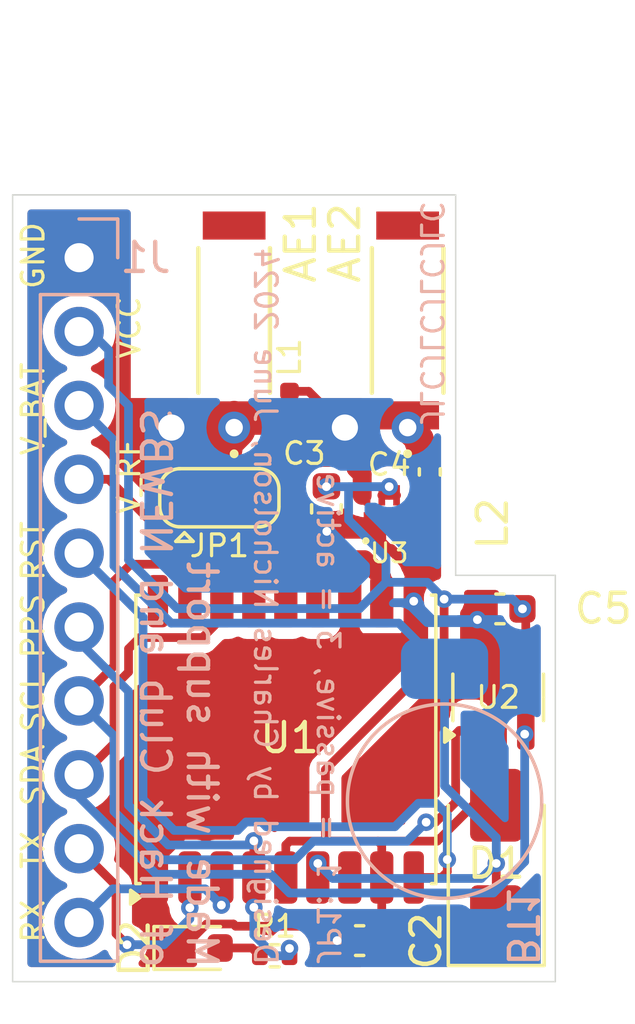
<source format=kicad_pcb>
(kicad_pcb (version 20240108) (generator "pcbnew") (generator_version "8.0")
  (layers (0 "F.Cu" signal) (31 "B.Cu" signal) (34 "B.Paste" user) (35 "F.Paste" user) (36 "B.SilkS" user "B.Silkscreen") (37 "F.SilkS" user "F.Silkscreen") (38 "B.Mask" user) (39 "F.Mask" user) (44 "Edge.Cuts" user))
  (net 0 "")
  (net 1 "PASSIVE")
  (net 2 "Net-(AE2-FEED)")
  (net 3 "VBAT")
  (net 4 "GND")
  (net 5 "+3.3V")
  (net 6 "Net-(C4-Pad2)")
  (net 7 "Net-(D2-A)")
  (net 8 "RX")
  (net 9 "PPS")
  (net 10 "SCL")
  (net 11 "RESET")
  (net 12 "TX")
  (net 13 "VCC_RF")
  (net 14 "SDA")
  (net 15 "RF")
  (net 16 "ACTIVE")
  (net 17 "Net-(U3-RF_IN)")
  (footprint "footprints:ANT_1575AT_JOT-L" (layer "F.Cu") (at 147.32 81.661 90)
    (property "Reference" "AE1" (at 2.667 2.286 90) (layer "F.SilkS"))
    (property "Value" "1575AT43A0040001E")
    (fp_line (start 2.485513 -1.2319) (end -2.485513 -1.2319) (stroke (width 0.1524)) (layer "F.SilkS"))
    (fp_line (start -2.485513 1.2319) (end 2.485513 1.2319) (stroke (width 0.1524)) (layer "F.SilkS"))
    (fp_circle (center -4.5847 0) (end -4.5085 0) (stroke (width 0.1524)) (fill none) (layer "F.SilkS"))
    (pad "1" thru_hole circle (at -3.683 0 90) (size 1.1 1.1) (drill 0.6) (layers "*.Cu" "*.Mask") (net 1 "PASSIVE"))
    (pad "1" smd rect (at -3.2639 0 90) (size 0.9652 2.159) (layers "F.Cu" "F.Paste" "F.Mask") (net 1 "PASSIVE"))
    (pad "2" thru_hole circle (at -3.683 -2.159 90) (size 1.5 1.5) (drill 0.9) (layers "*.Cu" "*.Mask") (net 4 "GND"))
    (pad "3" smd rect (at 3.2639 0 90) (size 0.9652 2.159) (layers "F.Cu" "F.Paste" "F.Mask"))
    (zone (net 0) (net_name "") (layer "F.Cu") (connect_pads (clearance 0)) (min_thickness 0.254)
      (keepout (tracks not_allowed) (vias not_allowed) (pads allowed) (copperpour not_allowed) (footprints allowed))
      (fill (thermal_gap 0.508) (thermal_bridge_width 0.508))
      (polygon (pts (xy 146.2659 84.3915) (xy 146.2659 78.9305) (xy 148.3741 78.9305) (xy 148.3741 84.3915)))
    )
  )
  (footprint "footprints:LED_0603_1608Metric" (layer "F.Cu") (at 146.048 103.237)
    (property "Reference" "D2" (at -2.157 0.014 90) (layer "F.SilkS"))
    (property "Value" "RED")
    (fp_line (start -1.485 -0.735) (end -1.485 0.735) (stroke (width 0.12)) (layer "F.SilkS"))
    (fp_line (start -1.485 0.735) (end 0.8 0.735) (stroke (width 0.12)) (layer "F.SilkS"))
    (fp_line (start 0.8 -0.735) (end -1.485 -0.735) (stroke (width 0.12)) (layer "F.SilkS"))
    (pad "1" smd roundrect (at -0.7875 0) (size 0.875 0.95) (layers "F.Cu" "F.Paste" "F.Mask") (net 4 "GND"))
    (pad "2" smd roundrect (at 0.7875 0) (size 0.875 0.95) (layers "F.Cu" "F.Paste" "F.Mask") (net 7 "Net-(D2-A)"))
  )
  (footprint "footprints:C_0603_1608Metric" (layer "F.Cu") (at 150.495 88.138 -90)
    (property "Reference" "C3" (at -1.905 0.762 180) (layer "F.SilkS") (effects (font (size 0.75 0.75) (thickness 0.11))))
    (property "Value" "100 nF")
    (fp_line (start -0.14058 0.51) (end 0.14058 0.51) (stroke (width 0.12)) (layer "F.SilkS"))
    (fp_line (start -0.14058 -0.51) (end 0.14058 -0.51) (stroke (width 0.12)) (layer "F.SilkS"))
    (pad "1" smd roundrect (at -0.775 0 270) (size 0.9 0.95) (layers "F.Cu" "F.Paste" "F.Mask") (net 5 "+3.3V"))
    (pad "2" smd roundrect (at 0.775 0 270) (size 0.9 0.95) (layers "F.Cu" "F.Paste" "F.Mask") (net 4 "GND"))
  )
  (footprint "footprints:ANT_1575AT_JOT-L" (layer "F.Cu") (at 153.289 81.661 90)
    (property "Reference" "AE2" (at 2.667 -2.159 90) (layer "F.SilkS"))
    (property "Value" "1575AT43A0040001E")
    (fp_line (start 2.485513 -1.2319) (end -2.485513 -1.2319) (stroke (width 0.1524)) (layer "F.SilkS"))
    (fp_line (start -2.485513 1.2319) (end 2.485513 1.2319) (stroke (width 0.1524)) (layer "F.SilkS"))
    (fp_circle (center -4.5847 0) (end -4.5085 0) (stroke (width 0.1524)) (fill none) (layer "F.SilkS"))
    (pad "1" thru_hole circle (at -3.683 0 90) (size 1.1 1.1) (drill 0.6) (layers "*.Cu" "*.Mask") (net 2 "Net-(AE2-FEED)"))
    (pad "1" smd rect (at -3.2639 0 90) (size 0.9652 2.159) (layers "F.Cu" "F.Paste" "F.Mask") (net 2 "Net-(AE2-FEED)"))
    (pad "2" thru_hole circle (at -3.683 -2.159 90) (size 1.5 1.5) (drill 0.9) (layers "*.Cu" "*.Mask") (net 4 "GND"))
    (pad "3" smd rect (at 3.2639 0 90) (size 0.9652 2.159) (layers "F.Cu" "F.Paste" "F.Mask"))
    (zone (net 0) (net_name "") (layer "F.Cu") (connect_pads (clearance 0)) (min_thickness 0.254)
      (keepout (tracks not_allowed) (vias not_allowed) (pads allowed) (copperpour not_allowed) (footprints allowed))
      (fill (thermal_gap 0.508) (thermal_bridge_width 0.508))
      (polygon (pts (xy 152.2349 84.3915) (xy 152.2349 78.9305) (xy 154.3431 78.9305) (xy 154.3431 84.3915)))
    )
  )
  (footprint "footprints:L_0402_1005Metric" (layer "F.Cu") (at 149.225 84.582 90)
    (property "Reference" "L1" (at 1.651 0 -90) (layer "F.SilkS") (effects (font (size 0.75 0.75) (thickness 0.11))))
    (property "Value" "33 nH")
    (pad "1" smd roundrect (at -0.485 0 90) (size 0.59 0.64) (layers "F.Cu" "F.Paste" "F.Mask") (net 1 "PASSIVE"))
    (pad "2" smd roundrect (at 0.485 0 90) (size 0.59 0.64) (layers "F.Cu" "F.Paste" "F.Mask") (net 4 "GND"))
  )
  (footprint "footprints:SolderJumper-3_P1.3mm_Open_RoundedPad1.0x1.5mm" (layer "F.Cu") (at 146.812 87.757)
    (property "Reference" "JP1" (at 0 1.651 0) (layer "F.SilkS") (effects (font (size 0.75 0.75) (thickness 0.11))))
    (property "Value" "ANT_CFG")
    (fp_line (start -2.05 0.3) (end -2.05 -0.3) (stroke (width 0.12)) (layer "F.SilkS"))
    (fp_line (start -1.5 1.5) (end -0.9 1.5) (stroke (width 0.12)) (layer "F.SilkS"))
    (fp_line (start -1.4 -1) (end 1.4 -1) (stroke (width 0.12)) (layer "F.SilkS"))
    (fp_line (start -1.2 1.2) (end -1.5 1.5) (stroke (width 0.12)) (layer "F.SilkS"))
    (fp_line (start -1.2 1.2) (end -0.9 1.5) (stroke (width 0.12)) (layer "F.SilkS"))
    (fp_line (start 1.4 1) (end -1.4 1) (stroke (width 0.12)) (layer "F.SilkS"))
    (fp_line (start 2.05 -0.3) (end 2.05 0.3) (stroke (width 0.12)) (layer "F.SilkS"))
    (fp_arc (start -2.05 -0.3) (mid -1.844975 -0.794975) (end -1.35 -1) (stroke (width 0.12)) (layer "F.SilkS"))
    (fp_arc (start -1.35 1) (mid -1.844975 0.794975) (end -2.05 0.3) (stroke (width 0.12)) (layer "F.SilkS"))
    (fp_arc (start 1.35 -1) (mid 1.844975 -0.794975) (end 2.05 -0.3) (stroke (width 0.12)) (layer "F.SilkS"))
    (fp_arc (start 2.05 0.3) (mid 1.844975 0.794975) (end 1.35 1) (stroke (width 0.12)) (layer "F.SilkS"))
    (pad "1" smd custom (at -1.3 0) (size 1 0.5) (layers "F.Cu" "F.Mask") (net 1 "PASSIVE") (options (clearance outline) (anchor rect)) (primitives (gr_circle (center 0 0.25) (end 0.5 0.25) (width 0) (fill yes)) (gr_circle (center 0 -0.25) (end 0.5 -0.25) (width 0) (fill yes)) (gr_poly (pts (xy 0.55 0.75) (xy 0 0.75) (xy 0 -0.75) (xy 0.55 -0.75)) (width 0) (fill yes))))
    (pad "2" smd rect (at 0 0) (size 1 1.5) (layers "F.Cu" "F.Mask") (net 15 "RF"))
    (pad "3" smd custom (at 1.3 0) (size 1 0.5) (layers "F.Cu" "F.Mask") (net 16 "ACTIVE") (options (clearance outline) (anchor rect)) (primitives (gr_circle (center 0 0.25) (end 0.5 0.25) (width 0) (fill yes)) (gr_circle (center 0 -0.25) (end 0.5 -0.25) (width 0) (fill yes)) (gr_poly (pts (xy 0 0.75) (xy -0.55 0.75) (xy -0.55 -0.75) (xy 0 -0.75)) (width 0) (fill yes))))
  )
  (footprint "footprints:ATGM336H" (layer "F.Cu") (at 149.098 96.063 90)
    (property "Reference" "U1" (at 0.051 0.127 0) (layer "F.SilkS"))
    (property "Value" "ATGM336H")
    (fp_line (start 4.96 -5.16) (end 4.96 -5.01) (stroke (width 0.12)) (layer "F.SilkS"))
    (fp_line (start -4.96 -5.16) (end 4.96 -5.16) (stroke (width 0.12)) (layer "F.SilkS"))
    (fp_line (start -4.96 -5.16) (end -4.96 -5.01) (stroke (width 0.12)) (layer "F.SilkS"))
    (fp_line (start 4.96 5.01) (end 4.96 5.16) (stroke (width 0.12)) (layer "F.SilkS"))
    (fp_line (start -4.96 5.01) (end -4.96 5.16) (stroke (width 0.12)) (layer "F.SilkS"))
    (fp_line (start -4.96 5.16) (end 4.96 5.16) (stroke (width 0.12)) (layer "F.SilkS"))
    (fp_poly (pts (xy -5.43 -5.01) (xy -5.67 -5.34) (xy -5.19 -5.34) (xy -5.43 -5.01)) (stroke (width 0.12)) (fill solid) (layer "F.SilkS"))
    (pad "1" smd roundrect (at -4.75 -4.4 90) (size 1.8 0.7) (layers "F.Cu" "F.Paste" "F.Mask") (net 4 "GND"))
    (pad "2" smd roundrect (at -4.75 -3.3 90) (size 1.8 0.8) (layers "F.Cu" "F.Paste" "F.Mask") (net 12 "TX"))
    (pad "3" smd roundrect (at -4.75 -2.2 90) (size 1.8 0.8) (layers "F.Cu" "F.Paste" "F.Mask") (net 8 "RX"))
    (pad "4" smd roundrect (at -4.75 -1.1 90) (size 1.8 0.8) (layers "F.Cu" "F.Paste" "F.Mask") (net 9 "PPS"))
    (pad "5" smd roundrect (at -4.75 0 90) (size 1.8 0.8) (layers "F.Cu" "F.Paste" "F.Mask") (net 5 "+3.3V"))
    (pad "6" smd roundrect (at -4.75 1.1 90) (size 1.8 0.8) (layers "F.Cu" "F.Paste" "F.Mask") (net 3 "VBAT"))
    (pad "7" smd roundrect (at -4.75 2.2 90) (size 1.8 0.8) (layers "F.Cu" "F.Paste" "F.Mask"))
    (pad "8" smd roundrect (at -4.75 3.3 90) (size 1.8 0.8) (layers "F.Cu" "F.Paste" "F.Mask") (net 5 "+3.3V"))
    (pad "9" smd roundrect (at -4.75 4.4 90) (size 1.8 0.7) (layers "F.Cu" "F.Paste" "F.Mask") (net 11 "RESET"))
    (pad "10" smd roundrect (at 4.75 4.4 90) (size 1.8 0.7) (layers "F.Cu" "F.Paste" "F.Mask") (net 4 "GND"))
    (pad "11" smd roundrect (at 4.75 3.3 90) (size 1.8 0.8) (layers "F.Cu" "F.Paste" "F.Mask") (net 15 "RF"))
    (pad "12" smd roundrect (at 4.75 2.2 90) (size 1.8 0.8) (layers "F.Cu" "F.Paste" "F.Mask") (net 4 "GND"))
    (pad "13" smd roundrect (at 4.75 1.1 90) (size 1.8 0.8) (layers "F.Cu" "F.Paste" "F.Mask"))
    (pad "14" smd roundrect (at 4.75 0 90) (size 1.8 0.8) (layers "F.Cu" "F.Paste" "F.Mask") (net 13 "VCC_RF"))
    (pad "15" smd roundrect (at 4.75 -1.1 90) (size 1.8 0.8) (layers "F.Cu" "F.Paste" "F.Mask"))
    (pad "16" smd roundrect (at 4.75 -2.2 90) (size 1.8 0.8) (layers "F.Cu" "F.Paste" "F.Mask") (net 14 "SDA"))
    (pad "17" smd roundrect (at 4.75 -3.3 90) (size 1.8 0.8) (layers "F.Cu" "F.Paste" "F.Mask") (net 10 "SCL"))
    (pad "18" smd roundrect (at 4.75 -4.4 90) (size 1.8 0.7) (layers "F.Cu" "F.Paste" "F.Mask"))
  )
  (footprint "footprints:C_0603_1608Metric" (layer "F.Cu") (at 156.464 91.578 180)
    (property "Reference" "C5" (at -3.556 0.011 180) (layer "F.SilkS"))
    (property "Value" "100 nF")
    (fp_line (start -0.14058 0.51) (end 0.14058 0.51) (stroke (width 0.12)) (layer "F.SilkS"))
    (fp_line (start -0.14058 -0.51) (end 0.14058 -0.51) (stroke (width 0.12)) (layer "F.SilkS"))
    (pad "1" smd roundrect (at -0.775 0 180) (size 0.9 0.95) (layers "F.Cu" "F.Paste" "F.Mask") (net 5 "+3.3V"))
    (pad "2" smd roundrect (at 0.775 0 180) (size 0.9 0.95) (layers "F.Cu" "F.Paste" "F.Mask") (net 4 "GND"))
  )
  (footprint "footprints:C_0402_1005Metric" (layer "F.Cu") (at 154.051 86.868 -90)
    (property "Reference" "C4" (at -0.254 1.397 180) (layer "F.SilkS") (effects (font (size 0.75 0.76) (thickness 0.11))))
    (property "Value" "470 pF")
    (fp_line (start -0.107836 0.36) (end 0.107836 0.36) (stroke (width 0.12)) (layer "F.SilkS"))
    (fp_line (start -0.107836 -0.36) (end 0.107836 -0.36) (stroke (width 0.12)) (layer "F.SilkS"))
    (pad "1" smd roundrect (at -0.48 0 270) (size 0.56 0.62) (layers "F.Cu" "F.Paste" "F.Mask") (net 2 "Net-(AE2-FEED)"))
    (pad "2" smd roundrect (at 0.48 0 270) (size 0.56 0.62) (layers "F.Cu" "F.Paste" "F.Mask") (net 6 "Net-(C4-Pad2)"))
  )
  (footprint "footprints:L_0402_1005Metric" (layer "F.Cu") (at 154.051 88.773 -90)
    (property "Reference" "L2" (at -0.127 -2.159 90) (layer "F.SilkS"))
    (property "Value" "6.8 nH")
    (pad "1" smd roundrect (at -0.485 0 270) (size 0.59 0.64) (layers "F.Cu" "F.Paste" "F.Mask") (net 6 "Net-(C4-Pad2)"))
    (pad "2" smd roundrect (at 0.485 0 270) (size 0.59 0.64) (layers "F.Cu" "F.Paste" "F.Mask") (net 17 "Net-(U3-RF_IN)"))
  )
  (footprint "footprints:D_SMA" (layer "F.Cu") (at 156.337 100.33 90)
    (property "Reference" "D1" (at 0 0 0) (layer "F.SilkS"))
    (property "Value" "SS14")
    (fp_line (start -3.51 -1.65) (end 2 -1.65) (stroke (width 0.12)) (layer "F.SilkS"))
    (fp_line (start -3.51 -1.65) (end -3.51 1.65) (stroke (width 0.12)) (layer "F.SilkS"))
    (fp_line (start -3.51 1.65) (end 2 1.65) (stroke (width 0.12)) (layer "F.SilkS"))
    (pad "1" smd roundrect (at -2 0 90) (size 2.5 1.8) (layers "F.Cu" "F.Paste" "F.Mask") (roundrect_rratio 0.1388888889) (net 3 "VBAT"))
    (pad "2" smd roundrect (at 2 0 90) (size 2.5 1.8) (layers "F.Cu" "F.Paste" "F.Mask") (roundrect_rratio 0.1388888889) (net 5 "+3.3V"))
  )
  (footprint "footprints:C_0603_1608Metric" (layer "F.Cu") (at 151.638 102.983)
    (property "Reference" "C2" (at 2.286 0.014 90) (layer "F.SilkS"))
    (property "Value" "100 nF")
    (fp_line (start -0.14058 -0.51) (end 0.14058 -0.51) (stroke (width 0.12)) (layer "F.SilkS"))
    (fp_line (start -0.14058 0.51) (end 0.14058 0.51) (stroke (width 0.12)) (layer "F.SilkS"))
    (pad "1" smd roundrect (at -0.775 0) (size 0.9 0.95) (layers "F.Cu" "F.Paste" "F.Mask") (net 4 "GND"))
    (pad "2" smd roundrect (at 0.775 0) (size 0.9 0.95) (layers "F.Cu" "F.Paste" "F.Mask") (net 5 "+3.3V"))
  )
  (footprint "footprints:SOT-23-5" (layer "F.Cu") (at 156.403 94.6205 90)
    (property "Reference" "U2" (at 0 0 0) (layer "F.SilkS") (effects (font (size 0.75 0.75) (thickness 0.11))))
    (property "Value" "AT24CS32-STUM")
    (fp_line (start 0 -1.56) (end 0.8 -1.56) (stroke (width 0.12)) (layer "F.SilkS"))
    (fp_line (start 0 -1.56) (end -0.8 -1.56) (stroke (width 0.12)) (layer "F.SilkS"))
    (fp_line (start 0 1.56) (end 0.8 1.56) (stroke (width 0.12)) (layer "F.SilkS"))
    (fp_line (start 0 1.56) (end -0.8 1.56) (stroke (width 0.12)) (layer "F.SilkS"))
    (fp_poly (pts (xy -1.3 -1.51) (xy -1.54 -1.84) (xy -1.06 -1.84) (xy -1.3 -1.51)) (stroke (width 0.12)) (fill solid) (layer "F.SilkS"))
    (pad "1" smd roundrect (at -1.1375 -0.95 90) (size 1.325 0.6) (layers "F.Cu" "F.Paste" "F.Mask") (net 10 "SCL"))
    (pad "2" smd roundrect (at -1.1375 0 90) (size 1.325 0.6) (layers "F.Cu" "F.Paste" "F.Mask") (net 4 "GND"))
    (pad "3" smd roundrect (at -1.1375 0.95 90) (size 1.325 0.6) (layers "F.Cu" "F.Paste" "F.Mask") (net 14 "SDA"))
    (pad "4" smd roundrect (at 1.1375 0.95 90) (size 1.325 0.6) (layers "F.Cu" "F.Paste" "F.Mask") (net 5 "+3.3V"))
    (pad "5" smd roundrect (at 1.1375 -0.95 90) (size 1.325 0.6) (layers "F.Cu" "F.Paste" "F.Mask") (net 4 "GND"))
  )
  (footprint "footprints:DFN150X100X80-6N" (layer "F.Cu") (at 152.4 88.138 90)
    (property "Reference" "U3" (at -1.524 0.254 0) (layer "F.SilkS") (effects (font (size 0.66 0.66) (thickness 0.1))))
    (property "Value" "AT2659")
    (fp_circle (center -1.1 -0.55) (end -1 -0.55) (stroke (width 0.05)) (fill none) (layer "F.SilkS"))
    (fp_circle (center -1.1 -0.55) (end -1.029291 -0.55) (stroke (width 0.05)) (fill none) (layer "F.SilkS"))
    (fp_circle (center -1.1 -0.55) (end -1.029291 -0.55) (stroke (width 0.05)) (fill none) (layer "F.SilkS"))
    (fp_circle (center -1.1 -0.55) (end -1.05 -0.55) (stroke (width 0.05)) (fill none) (layer "F.SilkS"))
    (fp_circle (center -1.1 -0.5) (end -1.05 -0.5) (stroke (width 0.05)) (fill none) (layer "F.SilkS"))
    (pad "1" smd rect (at -0.465 -0.508 90) (size 0.7 0.23) (layers "F.Cu" "F.Paste" "F.Mask") (net 4 "GND"))
    (pad "2" smd rect (at -0.465 0 90) (size 0.7 0.23) (layers "F.Cu" "F.Paste" "F.Mask") (net 4 "GND"))
    (pad "3" smd rect (at -0.465 0.508 90) (size 0.7 0.23) (layers "F.Cu" "F.Paste" "F.Mask") (net 17 "Net-(U3-RF_IN)"))
    (pad "4" smd rect (at 0.465 0.508 90) (size 0.7 0.23) (layers "F.Cu" "F.Paste" "F.Mask") (net 5 "+3.3V"))
    (pad "5" smd rect (at 0.465 0 90) (size 0.7 0.23) (layers "F.Cu" "F.Paste" "F.Mask") (net 5 "+3.3V"))
    (pad "6" smd rect (at 0.465 -0.508 90) (size 0.7 0.23) (layers "F.Cu" "F.Paste" "F.Mask") (net 16 "ACTIVE"))
  )
  (footprint "footprints:R_0402_1005Metric" (layer "F.Cu") (at 148.715 103.505)
    (property "Reference" "R1" (at 0 -1.016 0) (layer "F.SilkS") (effects (font (size 0.75 0.75) (thickness 0.11))))
    (property "Value" "1 K")
    (fp_line (start -0.153641 -0.38) (end 0.153641 -0.38) (stroke (width 0.12)) (layer "F.SilkS"))
    (fp_line (start -0.153641 0.38) (end 0.153641 0.38) (stroke (width 0.12)) (layer "F.SilkS"))
    (pad "1" smd roundrect (at -0.51 0) (size 0.54 0.64) (layers "F.Cu" "F.Paste" "F.Mask") (net 7 "Net-(D2-A)"))
    (pad "2" smd roundrect (at 0.51 0) (size 0.54 0.64) (layers "F.Cu" "F.Paste" "F.Mask") (net 9 "PPS"))
  )
  (footprint "footprints:PinHeader_1x10_P2.54mm_Vertical" (layer "B.Cu") (at 141.986 79.502 180)
    (property "Reference" "J1" (at -2.286 0 0) (layer "B.SilkS") (effects (justify mirror)))
    (property "Value" "Header")
    (fp_line (start 1.33 -1.27) (end -1.33 -1.27) (stroke (width 0.12)) (layer "B.SilkS"))
    (fp_line (start 1.33 -24.19) (end 1.33 -1.27) (stroke (width 0.12)) (layer "B.SilkS"))
    (fp_line (start 1.33 -24.19) (end -1.33 -24.19) (stroke (width 0.12)) (layer "B.SilkS"))
    (fp_line (start 0 1.33) (end -1.33 1.33) (stroke (width 0.12)) (layer "B.SilkS"))
    (fp_line (start -1.33 1.33) (end -1.33 0) (stroke (width 0.12)) (layer "B.SilkS"))
    (fp_line (start -1.33 -24.19) (end -1.33 -1.27) (stroke (width 0.12)) (layer "B.SilkS"))
    (pad "1" thru_hole rect (at 0 0 180) (size 1.7 1.7) (drill 1) (layers "*.Cu" "*.Mask") (net 4 "GND"))
    (pad "2" thru_hole oval (at 0 -2.54 180) (size 1.7 1.7) (drill 1) (layers "*.Cu" "*.Mask") (net 5 "+3.3V"))
    (pad "3" thru_hole oval (at 0 -5.08 180) (size 1.7 1.7) (drill 1) (layers "*.Cu" "*.Mask") (net 3 "VBAT"))
    (pad "4" thru_hole oval (at 0 -7.62 180) (size 1.7 1.7) (drill 1) (layers "*.Cu" "*.Mask") (net 13 "VCC_RF"))
    (pad "5" thru_hole oval (at 0 -10.16 180) (size 1.7 1.7) (drill 1) (layers "*.Cu" "*.Mask") (net 11 "RESET"))
    (pad "6" thru_hole oval (at 0 -12.7 180) (size 1.7 1.7) (drill 1) (layers "*.Cu" "*.Mask") (net 9 "PPS"))
    (pad "7" thru_hole oval (at 0 -15.24 180) (size 1.7 1.7) (drill 1) (layers "*.Cu" "*.Mask") (net 10 "SCL"))
    (pad "8" thru_hole oval (at 0 -17.78 180) (size 1.7 1.7) (drill 1) (layers "*.Cu" "*.Mask") (net 14 "SDA"))
    (pad "9" thru_hole oval (at 0 -20.32 180) (size 1.7 1.7) (drill 1) (layers "*.Cu" "*.Mask") (net 12 "TX"))
    (pad "10" thru_hole oval (at 0 -22.86 180) (size 1.7 1.7) (drill 1) (layers "*.Cu" "*.Mask") (net 8 "RX"))
  )
  (footprint "footprints:MS621R" (layer "B.Cu") (at 154.559 102.7615 90)
    (property "Reference" "BT1" (at 0.2725 2.667 -90) (layer "B.SilkS") (effects (justify mirror)))
    (property "Value" "MS621R")
    (fp_circle (center 4.572 0) (end 5.08 3.302) (stroke (width 0.12)) (fill none) (layer "B.SilkS"))
    (pad "1" smd roundrect (at 9.123 0 180) (size 3 2.074) (layers "B.Cu" "B.Paste" "B.Mask") (net 3 "VBAT"))
    (pad "2" smd roundrect (at 0.021 0) (size 2 2) (layers "B.Cu" "B.Paste" "B.Mask") (net 4 "GND"))
  )
  (gr_line (start 139.7 77.343) (end 139.7 104.394) (stroke (width 0.05)) (layer "Edge.Cuts"))
  (gr_line (start 158.369 90.424) (end 154.94 90.424) (stroke (width 0.05)) (layer "Edge.Cuts"))
  (gr_line (start 154.94 77.343) (end 139.7 77.343) (stroke (width 0.05)) (layer "Edge.Cuts"))
  (gr_line (start 139.7 104.394) (end 158.369 104.394) (stroke (width 0.05)) (layer "Edge.Cuts"))
  (gr_line (start 158.369 104.394) (end 158.369 90.424) (stroke (width 0.05)) (layer "Edge.Cuts"))
  (gr_line (start 154.94 90.424) (end 154.94 77.343) (stroke (width 0.05)) (layer "Edge.Cuts"))
  (gr_text "Made with support \nof Hack Club and NEWBS" (at 144.018 104.013 270) (layer "B.SilkS") (effects (font (size 1 1)) (justify left bottom mirror)))
  (gr_text "Designed by Charles Nicholson, June 2024" (at 147.955 103.886 270) (layer "B.SilkS") (effects (font (size 0.75 0.75) (thickness 0.11)) (justify left bottom mirror)))
  (gr_text "JP1: 1 = passive, 3 = active" (at 150.114 103.886 270) (layer "B.SilkS") (effects (font (size 0.75 0.75) (thickness 0.11)) (justify left bottom mirror)))
  (gr_text "JLCJLCJLCJLC\n" (at 153.67 85.344 270) (layer "B.SilkS") (effects (font (size 0.75 0.75) (thickness 0.11)) (justify left bottom mirror)))
  (gr_text "V_BAT" (at 140.843 86.36 90) (layer "F.SilkS") (effects (font (size 0.75 0.75) (thickness 0.11)) (justify left bottom)))
  (gr_text "SCL" (at 140.843 95.885 90) (layer "F.SilkS") (effects (font (size 0.75 0.75) (thickness 0.11)) (justify left bottom)))
  (gr_text "RX" (at 140.843 103.124 90) (layer "F.SilkS") (effects (font (size 0.75 0.75) (thickness 0.11)) (justify left bottom)))
  (gr_text "TX\n" (at 140.843 100.584 90) (layer "F.SilkS") (effects (font (size 0.75 0.75) (thickness 0.11)) (justify left bottom)))
  (gr_text "GND" (at 140.843 80.645 90) (layer "F.SilkS") (effects (font (size 0.75 0.75) (thickness 0.11)) (justify left bottom)))
  (gr_text "V_RF" (at 144.145 88.392 90) (layer "F.SilkS") (effects (font (size 0.75 0.75) (thickness 0.11)) (justify left bottom)))
  (gr_text "SDA\n" (at 140.843 98.425 90) (layer "F.SilkS") (effects (font (size 0.75 0.75) (thickness 0.11)) (justify left bottom)))
  (gr_text "RST" (at 140.843 90.678 90) (layer "F.SilkS") (effects (font (size 0.75 0.75) (thickness 0.11)) (justify left bottom)))
  (gr_text "VCC" (at 144.145 83.058 90) (layer "F.SilkS") (effects (font (size 0.75 0.75) (thickness 0.11)) (justify left bottom)))
  (gr_text "PPS" (at 140.843 93.345 90) (layer "F.SilkS") (effects (font (size 0.75 0.75) (thickness 0.11)) (justify left bottom)))
  (segment (start 147.4871 85.092) (end 149.225 85.092) (width 1) (layer "F.Cu") (net 1))
  (segment (start 146.427164 86.482) (end 146.861 86.048164) (width 0.65) (layer "F.Cu") (net 1))
  (segment (start 145.787 86.482) (end 146.427164 86.482) (width 0.65) (layer "F.Cu") (net 1))
  (segment (start 147.32 84.9249) (end 147.32 85.344) (width 0.3) (layer "F.Cu") (net 1))
  (segment (start 145.512 87.757) (end 145.512 86.757) (width 0.65) (layer "F.Cu") (net 1))
  (segment (start 147.32 84.9249) (end 147.4871 85.092) (width 1) (layer "F.Cu") (net 1))
  (segment (start 146.861 85.803) (end 146.861 86.048164) (width 1.5) (layer "F.Cu") (net 1))
  (segment (start 147.462 85.067) (end 147.32 84.9249) (width 0.3) (layer "F.Cu") (net 1))
  (segment (start 147.32 85.344) (end 146.861 85.803) (width 1.5) (layer "F.Cu") (net 1))
  (segment (start 145.512 86.757) (end 145.787 86.482) (width 0.65) (layer "F.Cu") (net 1))
  (segment (start 154.051 86.217) (end 153.686 85.852) (width 0.65) (layer "F.Cu") (net 2))
  (segment (start 153.686 85.741) (end 153.686 85.852) (width 1) (layer "F.Cu") (net 2))
  (segment (start 153.289 85.344) (end 153.289 84.9249) (width 0.3) (layer "F.Cu") (net 2))
  (segment (start 153.289 85.344) (end 153.686 85.741) (width 1) (layer "F.Cu") (net 2))
  (segment (start 153.289 85.626) (end 153.289 85.344) (width 0.3) (layer "F.Cu") (net 2))
  (segment (start 154.051 86.388) (end 154.051 86.217) (width 0.65) (layer "F.Cu") (net 2))
  (segment (start 156.337 100.3299) (end 156.337 102.33) (width 0.3) (layer "F.Cu") (net 3))
  (segment (start 150.198 100.3299) (end 150.198 100.813) (width 0.3) (layer "F.Cu") (net 3))
  (via (at 156.337 100.3299) (size 0.6) (drill 0.3) (layers "F.Cu" "B.Cu") (net 3))
  (via (at 150.198 100.3299) (size 0.6) (drill 0.3) (layers "F.Cu" "B.Cu") (net 3))
  (segment (start 143.186 85.782) (end 143.186 90.1) (width 0.3) (layer "B.Cu") (net 3))
  (segment (start 152.9875 92.067) (end 154.559 93.6385) (width 0.3) (layer "B.Cu") (net 3))
  (segment (start 156.337 99.441) (end 154.559 97.663) (width 0.3) (layer "B.Cu") (net 3))
  (segment (start 144.860106 91.774107) (end 145.152999 92.067) (width 0.3) (layer "B.Cu") (net 3))
  (segment (start 154.559 97.663) (end 154.559 93.6385) (width 0.3) (layer "B.Cu") (net 3))
  (segment (start 150.198 100.3299) (end 150.7141 100.846) (width 0.3) (layer "B.Cu") (net 3))
  (segment (start 156.337 100.3299) (end 156.337 99.441) (width 0.3) (layer "B.Cu") (net 3))
  (segment (start 143.186 90.1) (end 144.860106 91.774107) (width 0.3) (layer "B.Cu") (net 3))
  (segment (start 155.8209 100.846) (end 156.337 100.3299) (width 0.3) (layer "B.Cu") (net 3))
  (segment (start 150.7141 100.846) (end 155.8209 100.846) (width 0.3) (layer "B.Cu") (net 3))
  (segment (start 145.152999 92.067) (end 152.9875 92.067) (width 0.3) (layer "B.Cu") (net 3))
  (segment (start 141.986 84.582) (end 143.186 85.782) (width 0.3) (layer "B.Cu") (net 3))
  (segment (start 147.372896 102.489) (end 147.295896 102.412) (width 0.3) (layer "F.Cu") (net 4))
  (segment (start 151.298 92.277) (end 151.298 93.6296) (width 0.3) (layer "F.Cu") (net 4))
  (segment (start 153.498 91.313) (end 153.498 92.213) (width 0.3) (layer "F.Cu") (net 4))
  (segment (start 152.4 89.26) (end 152.4 88.603) (width 0.3) (layer "F.Cu") (net 4))
  (segment (start 151.13 85.344) (end 149.883 84.097) (width 0.3) (layer "F.Cu") (net 4))
  (segment (start 155.689 91.578) (end 155.689 91.948) (width 0.3) (layer "F.Cu") (net 4))
  (segment (start 151.582 88.913) (end 151.892 88.603) (width 0.3) (layer "F.Cu") (net 4))
  (segment (start 145.26 103.237) (end 144.698 102.675) (width 0.3) (layer "F.Cu") (net 4))
  (segment (start 149.883 84.097) (end 149.225 84.097) (width 0.3) (layer "F.Cu") (net 4))
  (segment (start 147.295896 102.412) (end 146.375104 102.412) (width 0.3) (layer "F.Cu") (net 4))
  (segment (start 152.4 88.603) (end 151.892 88.603) (width 0.3) (layer "F.Cu") (net 4))
  (segment (start 150.495 88.913) (end 150.508 88.913) (width 0.3) (layer "F.Cu") (net 4))
  (segment (start 156.403 95.758) (end 156.403 94.433) (width 0.3) (layer "F.Cu") (net 4))
  (segment (start 155.689 91.948) (end 155.689 93.247) (width 0.3) (layer "F.Cu") (net 4))
  (segment (start 153.498 91.313) (end 153.498 90.358) (width 0.3) (layer "F.Cu") (net 4))
  (segment (start 150.863 102.983) (end 150.369 102.489) (width 0.3) (layer "F.Cu") (net 4))
  (segment (start 144.698 102.675) (end 144.698 100.813) (width 0.3) (layer "F.Cu") (net 4))
  (segment (start 144.698 100.23) (end 144.698 100.813) (width 0.3) (layer "F.Cu") (net 4))
  (segment (start 153.498 90.358) (end 152.4 89.26) (width 0.3) (layer "F.Cu") (net 4))
  (segment (start 144.698 101.713) (end 144.698 100.813) (width 0.3) (layer "F.Cu") (net 4))
  (segment (start 155.689 93.247) (end 155.453 93.483) (width 0.3) (layer "F.Cu") (net 4))
  (segment (start 145.550104 103.237) (end 145.2605 103.237) (width 0.3) (layer "F.Cu") (net 4))
  (segment (start 151.298 93.6296) (end 144.698 100.23) (width 0.3) (layer "F.Cu") (net 4))
  (segment (start 150.495 88.913) (end 151.582 88.913) (width 0.3) (layer "F.Cu") (net 4))
  (segment (start 151.584 92.563) (end 151.298 92.277) (width 0.3) (layer "F.Cu") (net 4))
  (segment (start 153.498 92.213) (end 153.148 92.563) (width 0.3) (layer "F.Cu") (net 4))
  (segment (start 146.375104 102.412) (end 145.550104 103.237) (width 0.3) (layer "F.Cu") (net 4))
  (segment (start 156.403 94.433) (end 155.453 93.483) (width 0.3) (layer "F.Cu") (net 4))
  (segment (start 150.369 102.489) (end 147.372896 102.489) (width 0.3) (layer "F.Cu") (net 4))
  (segment (start 153.148 92.563) (end 151.584 92.563) (width 0.3) (layer "F.Cu") (net 4))
  (via (at 150.508 88.913) (size 0.6) (drill 0.3) (layers "F.Cu" "B.Cu") (net 4))
  (via (at 155.689 91.948) (size 0.6) (drill 0.3) (layers "F.Cu" "B.Cu") (net 4))
  (via (at 150.863 102.983) (size 0.6) (drill 0.3) (layers "F.Cu" "B.Cu") (net 4))
  (via (at 153.498 91.313) (size 0.6) (drill 0.3) (layers "F.Cu" "B.Cu") (net 4))
  (segment (start 155.689 91.948) (end 154.133 91.948) (width 0.3) (layer "B.Cu") (net 4))
  (segment (start 154.133 91.948) (end 153.498 91.313) (width 0.3) (layer "B.Cu") (net 4))
  (segment (start 152.654 87.376) (end 152.654 87.673) (width 0.3) (layer "F.Cu") (net 5))
  (segment (start 154.5434 93.0219) (end 154.5434 91.2427) (width 0.3) (layer "F.Cu") (net 5))
  (segment (start 152.908 87.673) (end 152.654 87.673) (width 0.3) (layer "F.Cu") (net 5))
  (segment (start 152.398 102.968) (end 152.398 100.813) (width 0.3) (layer "F.Cu") (net 5))
  (segment (start 149.23 99.563) (end 149.098 99.695) (width 0.3) (layer "F.Cu") (net 5))
  (segment (start 152.398 100.813) (end 152.398 99.695) (width 0.3) (layer "F.Cu") (net 5))
  (segment (start 152.266 99.563) (end 151.252 99.563) (width 0.3) (layer "F.Cu") (net 5))
  (segment (start 151.252 99.563) (end 149.23 99.563) (width 0.3) (layer "F.Cu") (net 5))
  (segment (start 154.31 99.563) (end 155.543 98.33) (width 0.3) (layer "F.Cu") (net 5))
  (segment (start 152.398 99.695) (end 152.266 99.563) (width 0.3) (layer "F.Cu") (net 5))
  (segment (start 152.654 87.673) (end 152.4 87.673) (width 0.3) (layer "F.Cu") (net 5))
  (segment (start 150.4599 99.563) (end 150.4599 97.1054) (width 0.3) (layer "F.Cu") (net 5))
  (segment (start 152.266 99.563) (end 154.31 99.563) (width 0.3) (layer "F.Cu") (net 5))
  (segment (start 149.098 99.695) (end 149.098 100.813) (width 0.3) (layer "F.Cu") (net 5))
  (segment (start 150.4599 97.1054) (end 154.5434 93.0219) (width 0.3) (layer "F.Cu") (net 5))
  (segment (start 151.252 99.563) (end 150.4599 99.563) (width 0.3) (layer "F.Cu") (net 5))
  (segment (start 152.413 102.983) (end 152.398 102.968) (width 0.3) (layer "F.Cu") (net 5))
  (segment (start 155.543 98.33) (end 156.337 98.33) (width 0.3) (layer "F.Cu") (net 5))
  (segment (start 150.495 87.363) (end 150.495 87.376) (width 0.3) (layer "F.Cu") (net 5))
  (segment (start 157.353 93.483) (end 157.353 91.692) (width 0.3) (layer "F.Cu") (net 5))
  (segment (start 157.353 91.692) (end 157.239 91.578) (width 0.3) (layer "F.Cu") (net 5))
  (via (at 157.239 91.578) (size 0.6) (drill 0.3) (layers "F.Cu" "B.Cu") (net 5))
  (via (at 150.495 87.376) (size 0.6) (drill 0.3) (layers "F.Cu" "B.Cu") (net 5))
  (via (at 152.654 87.376) (size 0.6) (drill 0.3) (layers "F.Cu" "B.Cu") (net 5))
  (via (at 154.5434 91.2427) (size 0.6) (drill 0.3) (layers "F.Cu" "B.Cu") (net 5))
  (segment (start 145.360106 91.567) (end 151.638 91.567) (width 0.3) (layer "B.Cu") (net 5))
  (segment (start 153.9637 90.663) (end 154.5434 91.2427) (width 0.3) (layer "B.Cu") (net 5))
  (segment (start 143.686 84.584943) (end 143.686 89.892894) (width 0.3) (layer "B.Cu") (net 5))
  (segment (start 154.5434 91.2427) (end 156.9037 91.2427) (width 0.3) (layer "B.Cu") (net 5))
  (segment (start 152.654 87.376) (end 150.495 87.376) (width 0.3) (layer "B.Cu") (net 5))
  (segment (start 151.257 88.519) (end 151.257 87.376) (width 0.3) (layer "B.Cu") (net 5))
  (segment (start 142.367 82.042) (end 143.002 82.677) (width 0.3) (layer "B.Cu") (net 5))
  (segment (start 152.542 89.804) (end 151.257 88.519) (width 0.3) (layer "B.Cu") (net 5))
  (segment (start 141.986 82.042) (end 142.367 82.042) (width 0.3) (layer "B.Cu") (net 5))
  (segment (start 143.002 83.900943) (end 143.686 84.584943) (width 0.3) (layer "B.Cu") (net 5))
  (segment (start 152.542 90.663) (end 153.9637 90.663) (width 0.3) (layer "B.Cu") (net 5))
  (segment (start 151.257 87.376) (end 152.654 87.376) (width 0.3) (layer "B.Cu") (net 5))
  (segment (start 151.638 91.567) (end 152.542 90.663) (width 0.3) (layer "B.Cu") (net 5))
  (segment (start 156.9037 91.2427) (end 157.239 91.578) (width 0.3) (layer "B.Cu") (net 5))
  (segment (start 143.002 82.677) (end 143.002 83.900943) (width 0.3) (layer "B.Cu") (net 5))
  (segment (start 152.542 90.663) (end 152.542 89.804) (width 0.3) (layer "B.Cu") (net 5))
  (segment (start 143.686 89.892894) (end 145.360106 91.567) (width 0.3) (layer "B.Cu") (net 5))
  (segment (start 154.051 88.288) (end 154.051 87.348) (width 0.65) (layer "F.Cu") (net 6))
  (segment (start 148.205 103.505) (end 147.937 103.237) (width 0.3) (layer "F.Cu") (net 7))
  (segment (start 147.937 103.237) (end 146.8355 103.237) (width 0.3) (layer "F.Cu") (net 7))
  (via (at 146.881335 101.762) (size 0.6) (drill 0.3) (layers "F.Cu" "B.Cu") (net 8))
  (segment (start 143.144 101.204) (end 141.986 102.362) (width 0.3) (layer "B.Cu") (net 8))
  (segment (start 146.881335 101.762) (end 146.323335 101.204) (width 0.3) (layer "B.Cu") (net 8))
  (segment (start 146.323335 101.204) (end 143.144 101.204) (width 0.3) (layer "B.Cu") (net 8))
  (segment (start 147.998 99.554) (end 147.998 101.839) (width 0.3) (layer "F.Cu") (net 9))
  (via (at 147.998 99.554) (size 0.6) (drill 0.3) (layers "F.Cu" "B.Cu") (net 9))
  (via (at 147.998 101.839) (size 0.6) (drill 0.3) (layers "F.Cu" "B.Cu") (net 9))
  (via (at 149.225 103.251) (size 0.6) (drill 0.3) (layers "F.Cu" "B.Cu") (net 9))
  (segment (start 148.717 103.505) (end 149.225 103.505) (width 0.3) (layer "B.Cu") (net 9))
  (segment (start 143.686 94.41) (end 141.986 92.71) (width 0.3) (layer "B.Cu") (net 9))
  (segment (start 147.857 99.695) (end 145.051212 99.695) (width 0.3) (layer "B.Cu") (net 9))
  (segment (start 147.998 102.786) (end 148.717 103.505) (width 0.3) (layer "B.Cu") (net 9))
  (segment (start 147.998 101.839) (end 147.998 102.786) (width 0.3) (layer "B.Cu") (net 9))
  (segment (start 145.051212 99.695) (end 143.686 98.329788) (width 0.3) (layer "B.Cu") (net 9))
  (segment (start 147.998 99.554) (end 147.857 99.695) (width 0.3) (layer "B.Cu") (net 9))
  (segment (start 143.686 98.329788) (end 143.686 94.41) (width 0.3) (layer "B.Cu") (net 9))
  (segment (start 141.986 92.71) (end 141.986 92.202) (width 0.3) (layer "B.Cu") (net 9))
  (segment (start 154.94 95.885) (end 155.067 95.758) (width 0.3) (layer "F.Cu") (net 10))
  (segment (start 153.924 98.913) (end 154.252894 98.913) (width 0.3) (layer "F.Cu") (net 10))
  (segment (start 143.1877 90.6193) (end 143.764 90.043) (width 0.3) (layer "F.Cu") (net 10))
  (segment (start 145.798 90.765688) (end 145.798 91.313) (width 0.3) (layer "F.Cu") (net 10))
  (segment (start 143.1877 93.5403) (end 143.1877 90.6193) (width 0.3) (layer "F.Cu") (net 10))
  (segment (start 141.986 94.742) (end 143.1877 93.5403) (width 0.3) (layer "F.Cu") (net 10))
  (segment (start 143.764 90.043) (end 145.075312 90.043) (width 0.3) (layer "F.Cu") (net 10))
  (segment (start 154.94 98.225894) (end 154.94 95.885) (width 0.3) (layer "F.Cu") (net 10))
  (segment (start 155.067 95.758) (end 155.453 95.758) (width 0.3) (layer "F.Cu") (net 10))
  (segment (start 145.075312 90.043) (end 145.798 90.765688) (width 0.3) (layer "F.Cu") (net 10))
  (segment (start 154.252894 98.913) (end 154.94 98.225894) (width 0.3) (layer "F.Cu") (net 10))
  (via (at 153.924 98.913) (size 0.6) (drill 0.3) (layers "F.Cu" "B.Cu") (net 10))
  (segment (start 143.186 95.942) (end 141.986 94.742) (width 0.3) (layer "B.Cu") (net 10))
  (segment (start 149.405661 100.203) (end 148.268239 100.203) (width 0.3) (layer "B.Cu") (net 10))
  (segment (start 153.269 99.568) (end 150.040661 99.568) (width 0.3) (layer "B.Cu") (net 10))
  (segment (start 148.267239 100.204) (end 144.853106 100.204) (width 0.3) (layer "B.Cu") (net 10))
  (segment (start 144.853106 100.204) (end 143.186 98.536894) (width 0.3) (layer "B.Cu") (net 10))
  (segment (start 143.186 98.536894) (end 143.186 95.942) (width 0.3) (layer "B.Cu") (net 10))
  (segment (start 153.924 98.913) (end 153.269 99.568) (width 0.3) (layer "B.Cu") (net 10))
  (segment (start 150.040661 99.568) (end 149.405661 100.203) (width 0.3) (layer "B.Cu") (net 10))
  (segment (start 148.268239 100.203) (end 148.267239 100.204) (width 0.3) (layer "B.Cu") (net 10))
  (segment (start 154.651821 100.196) (end 154.651821 100.618179) (width 0.3) (layer "F.Cu") (net 11))
  (segment (start 154.457 100.813) (end 153.498 100.813) (width 0.3) (layer "F.Cu") (net 11))
  (segment (start 154.651821 100.618179) (end 154.457 100.813) (width 0.3) (layer "F.Cu") (net 11))
  (via (at 154.651821 100.196) (size 0.6) (drill 0.3) (layers "F.Cu" "B.Cu") (net 11))
  (segment (start 147.728761 98.904) (end 147.437761 99.195) (width 0.3) (layer "B.Cu") (net 11))
  (segment (start 154.651821 98.644821) (end 154.27 98.263) (width 0.3) (layer "B.Cu") (net 11))
  (segment (start 148.267239 98.904) (end 147.728761 98.904) (width 0.3) (layer "B.Cu") (net 11))
  (segment (start 147.437761 99.195) (end 145.258318 99.195) (width 0.3) (layer "B.Cu") (net 11))
  (segment (start 152.849761 99.068) (end 148.431239 99.068) (width 0.3) (layer "B.Cu") (net 11))
  (segment (start 144.186 98.122682) (end 144.186 91.862) (width 0.3) (layer "B.Cu") (net 11))
  (segment (start 154.651821 100.196) (end 154.651821 98.644821) (width 0.3) (layer "B.Cu") (net 11))
  (segment (start 154.27 98.263) (end 153.654761 98.263) (width 0.3) (layer "B.Cu") (net 11))
  (segment (start 144.186 91.862) (end 141.986 89.662) (width 0.3) (layer "B.Cu") (net 11))
  (segment (start 145.258318 99.195) (end 144.186 98.122682) (width 0.3) (layer "B.Cu") (net 11))
  (segment (start 153.654761 98.263) (end 152.849761 99.068) (width 0.3) (layer "B.Cu") (net 11))
  (segment (start 148.431239 99.068) (end 148.267239 98.904) (width 0.3) (layer "B.Cu") (net 11))
  (segment (start 143.637 103.124) (end 143.256 102.743) (width 0.3) (layer "F.Cu") (net 12))
  (segment (start 143.256 102.743) (end 143.256 101.092) (width 0.3) (layer "F.Cu") (net 12))
  (segment (start 143.256 101.092) (end 141.986 99.822) (width 0.3) (layer "F.Cu") (net 12))
  (segment (start 145.796 101.854) (end 145.798 101.852) (width 0.3) (layer "F.Cu") (net 12))
  (segment (start 145.798 101.852) (end 145.798 100.813) (width 0.3) (layer "F.Cu") (net 12))
  (via (at 145.796 101.854) (size 0.6) (drill 0.3) (layers "F.Cu" "B.Cu") (net 12))
  (via (at 143.637 103.124) (size 0.6) (drill 0.3) (layers "F.Cu" "B.Cu") (net 12))
  (segment (start 144.907 103.124) (end 143.637 103.124) (width 0.3) (layer "B.Cu") (net 12))
  (segment (start 145.796 102.235) (end 144.907 103.124) (width 0.3) (layer "B.Cu") (net 12))
  (segment (start 145.796 101.854) (end 145.796 102.235) (width 0.3) (layer "B.Cu") (net 12))
  (segment (start 148.431358 90.063) (end 145.943 90.063) (width 0.3) (layer "F.Cu") (net 13))
  (segment (start 145.943 90.063) (end 143.002 87.122) (width 0.3) (layer "F.Cu") (net 13))
  (segment (start 149.098 91.313) (end 149.098 90.729642) (width 0.3) (layer "F.Cu") (net 13))
  (segment (start 149.098 90.729642) (end 148.431358 90.063) (width 0.3) (layer "F.Cu") (net 13))
  (segment (start 143.002 87.122) (end 141.986 87.122) (width 0.3) (layer "F.Cu") (net 13))
  (segment (start 146.898 91.896358) (end 146.898 91.313) (width 0.3) (layer "F.Cu") (net 14))
  (segment (start 146.231358 92.563) (end 146.898 91.896358) (width 0.3) (layer "F.Cu") (net 14))
  (segment (start 144.074053 92.563) (end 146.231358 92.563) (width 0.3) (layer "F.Cu") (net 14))
  (segment (start 142.113 97.282) (end 143.186 96.209) (width 0.3) (layer "F.Cu") (net 14))
  (segment (start 157.353 95.847) (end 157.315 95.885) (width 0.3) (layer "F.Cu") (net 14))
  (segment (start 143.6877 93.747406) (end 143.6877 92.949353) (width 0.3) (layer "F.Cu") (net 14))
  (segment (start 143.186 96.209) (end 143.186 94.249106) (width 0.3) (layer "F.Cu") (net 14))
  (segment (start 143.186 94.249106) (end 143.6877 93.747406) (width 0.3) (layer "F.Cu") (net 14))
  (segment (start 143.6877 92.949353) (end 144.074053 92.563) (width 0.3) (layer "F.Cu") (net 14))
  (segment (start 141.986 97.282) (end 142.113 97.282) (width 0.3) (layer "F.Cu") (net 14))
  (segment (start 157.353 95.758) (end 157.353 95.847) (width 0.3) (layer "F.Cu") (net 14))
  (via (at 157.315 95.885) (size 0.6) (drill 0.3) (layers "F.Cu" "B.Cu") (net 14))
  (segment (start 157.315 100.271139) (end 156.240139 101.346) (width 0.3) (layer "B.Cu") (net 14))
  (segment (start 141.986 98.044) (end 141.986 97.282) (width 0.3) (layer "B.Cu") (net 14))
  (segment (start 148.583 100.704) (end 144.646 100.704) (width 0.3) (layer "B.Cu") (net 14))
  (segment (start 156.240139 101.346) (end 149.225 101.346) (width 0.3) (layer "B.Cu") (net 14))
  (segment (start 149.225 101.346) (end 148.583 100.704) (width 0.3) (layer "B.Cu") (net 14))
  (segment (start 157.315 95.885) (end 157.315 100.271139) (width 0.3) (layer "B.Cu") (net 14))
  (segment (start 144.646 100.704) (end 141.986 98.044) (width 0.3) (layer "B.Cu") (net 14))
  (segment (start 148.902999 89.212999) (end 149.403 89.713) (width 1) (layer "F.Cu") (net 15))
  (segment (start 149.578 89.888) (end 151.803846 89.888) (width 0.65) (layer "F.Cu") (net 15))
  (segment (start 151.803846 89.888) (end 152.398 90.482154) (width 0.65) (layer "F.Cu") (net 15))
  (segment (start 147.270977 89.212999) (end 148.902999 89.212999) (width 1) (layer "F.Cu") (net 15))
  (segment (start 149.403 89.713) (end 149.578 89.888) (width 0.65) (layer "F.Cu") (net 15))
  (segment (start 152.398 90.482154) (end 152.398 91.313) (width 0.65) (layer "F.Cu") (net 15))
  (segment (start 152.398 91.313) (end 152.398 90.5893) (width 0.3) (layer "F.Cu") (net 15))
  (segment (start 146.812 87.757) (end 146.812 88.754022) (width 1) (layer "F.Cu") (net 15))
  (segment (start 146.812 88.754022) (end 147.270977 89.212999) (width 1) (layer "F.Cu") (net 15))
  (segment (start 151.725 86.955) (end 151.725 87.673) (width 0.65) (layer "F.Cu") (net 16))
  (segment (start 149.987 86.233) (end 150.248 86.494) (width 0.4) (layer "F.Cu") (net 16))
  (segment (start 148.112 87.757) (end 149.656 86.213) (width 1) (layer "F.Cu") (net 16))
  (segment (start 149.855618 86.213) (end 150.030618 86.388) (width 0.65) (layer "F.Cu") (net 16))
  (segment (start 151.511 86.741) (end 151.725 86.955) (width 0.65) (layer "F.Cu") (net 16))
  (segment (start 150.030618 86.388) (end 150.248 86.388) (width 0.65) (layer "F.Cu") (net 16))
  (segment (start 151.264 86.494) (end 151.511 86.741) (width 0.4) (layer "F.Cu") (net 16))
  (segment (start 149.656 86.213) (end 149.855618 86.213) (width 1) (layer "F.Cu") (net 16))
  (segment (start 150.248 86.494) (end 151.264 86.494) (width 0.4) (layer "F.Cu") (net 16))
  (segment (start 153.731001 89.258) (end 153.076001 88.603) (width 0.65) (layer "F.Cu") (net 17))
  (segment (start 153.076001 88.603) (end 153.075 88.603) (width 0.65) (layer "F.Cu") (net 17))
  (segment (start 154.051 89.258) (end 153.731001 89.258) (width 0.65) (layer "F.Cu") (net 17))
  (zone (net 4) (net_name "GND") (layers "F&B.Cu") (connect_pads yes (clearance 0.4)) (min_thickness 0.25) (fill yes (thermal_gap 0.5) (thermal_bridge_width 0.5))
    (polygon (pts (xy 140.208 77.47) (xy 140.208 104.394) (xy 158.115 104.394) (xy 158.115 90.424) (xy 154.94 90.424) (xy 154.94 77.47)))
  )
  (zone (net 0) (net_name "") (layers "F&B.Cu") (connect_pads yes (clearance 0)) (min_thickness 0.25)
    (keepout (tracks not_allowed) (vias allowed) (pads allowed) (copperpour not_allowed) (footprints allowed))
    (fill (thermal_gap 0.5) (thermal_bridge_width 0.5))
    (polygon (pts (xy 143.764 77.47) (xy 154.94 77.47) (xy 154.94 84.328) (xy 143.764 84.328)))
  )
)
</source>
